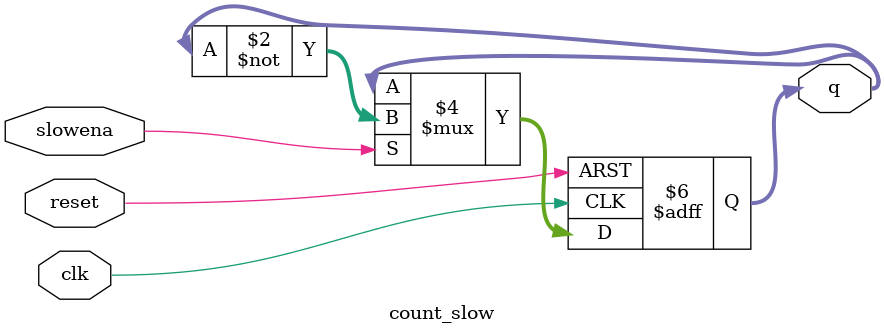
<source format=v>

module count_slow(
    input clk,
    input slowena,
    input reset,
    output reg [3:0] q);

// On the positive edge of the clock:
// if reset is high, reset the output q to 0. 
// Otherwise, only increment the output q if the ena input is high and q is not 9.
// 
always @ (posedge clk or posedge reset) begin
  if(reset) begin
    q = 0;
  end
  else if(slowena) begin
    q = ~q;
  end
end
 
endmodule

</source>
